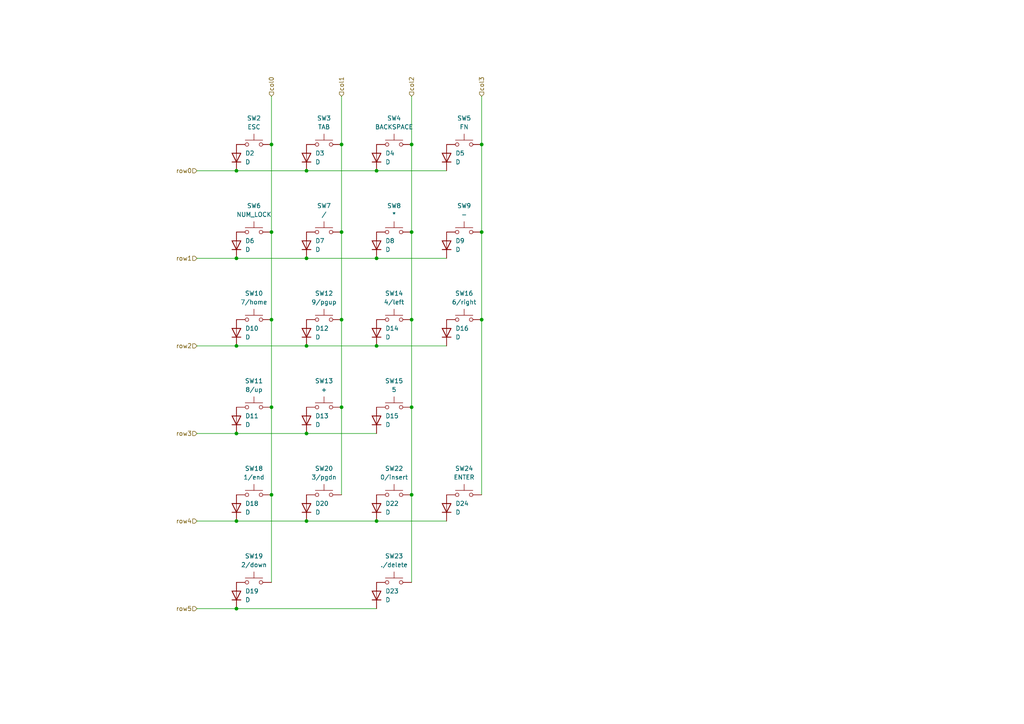
<source format=kicad_sch>
(kicad_sch (version 20250114) (generator "eeschema") (generator_version "9.0")
  (paper "A4")
  (lib_symbols
    (symbol "Device:D" (pin_numbers (hide yes)) (pin_names (offset 1.016) (hide yes))
      (property "Reference" "D" (at 0 2.54 0))
      (property "Value" "D" (at 0 -2.54 0))
      (symbol "D_0_1"
        (polyline (pts (xy -1.27 1.27) (xy -1.27 -1.27)) (stroke (width 0.254)))
        (polyline (pts (xy 1.27 1.27) (xy 1.27 -1.27) (xy -1.27 0) (xy 1.27 1.27)) (stroke (width 0.254)))
        (polyline (pts (xy 1.27 0) (xy -1.27 0)))
      )
      (symbol "D_1_1"
        (pin passive line (at -3.81 0 0) (length 2.54) (name "K") (number "1"))
        (pin passive line (at 3.81 0 180) (length 2.54) (name "A") (number "2"))
      )
    )
    (symbol "Switch:SW_Push" (pin_numbers (hide yes)) (pin_names (offset 1.016) (hide yes))
      (property "Reference" "SW" (at 1.27 2.54 0))
      (property "Value" "SW_Push" (at 0 -1.524 0))
      (symbol "SW_Push_0_1"
        (circle (center -2.032 0) (radius 0.508))
        (polyline (pts (xy 0 1.27) (xy 0 3.048)))
        (circle (center 2.032 0) (radius 0.508))
        (polyline (pts (xy 2.54 1.27) (xy -2.54 1.27)))
        (pin passive line (at -5.08 0 0) (length 2.54) (name "1") (number "1"))
        (pin passive line (at 5.08 0 180) (length 2.54) (name "2") (number "2"))
      )
    )
  )
  (junction (at 78.74 143.51))
  (junction (at 109.22 151.13))
  (junction (at 119.38 143.51))
  (junction (at 78.74 67.31))
  (junction (at 109.22 49.53))
  (junction (at 109.22 74.93))
  (junction (at 119.38 67.31))
  (junction (at 119.38 118.11))
  (junction (at 78.74 92.71))
  (junction (at 99.06 41.91))
  (junction (at 109.22 100.33))
  (junction (at 88.9 74.93))
  (junction (at 99.06 118.11))
  (junction (at 78.74 118.11))
  (junction (at 88.9 100.33))
  (junction (at 139.7 41.91))
  (junction (at 68.58 151.13))
  (junction (at 139.7 67.31))
  (junction (at 119.38 92.71))
  (junction (at 68.58 49.53))
  (junction (at 68.58 100.33))
  (junction (at 119.38 41.91))
  (junction (at 68.58 176.53))
  (junction (at 99.06 67.31))
  (junction (at 68.58 74.93))
  (junction (at 78.74 41.91))
  (junction (at 88.9 125.73))
  (junction (at 139.7 92.71))
  (junction (at 88.9 151.13))
  (junction (at 88.9 49.53))
  (junction (at 99.06 92.71))
  (junction (at 68.58 125.73))
  (wire (pts (xy 78.74 27.94) (xy 78.74 41.91)))
  (wire (pts (xy 109.22 74.93) (xy 129.54 74.93)))
  (wire (pts (xy 78.74 41.91) (xy 78.74 67.31)))
  (wire (pts (xy 99.06 67.31) (xy 99.06 92.71)))
  (wire (pts (xy 99.06 118.11) (xy 99.06 143.51)))
  (wire (pts (xy 78.74 118.11) (xy 78.74 143.51)))
  (wire (pts (xy 88.9 74.93) (xy 109.22 74.93)))
  (wire (pts (xy 139.7 67.31) (xy 139.7 92.71)))
  (wire (pts (xy 119.38 118.11) (xy 119.38 143.51)))
  (wire (pts (xy 119.38 27.94) (xy 119.38 41.91)))
  (wire (pts (xy 109.22 100.33) (xy 129.54 100.33)))
  (wire (pts (xy 57.15 151.13) (xy 68.58 151.13)))
  (wire (pts (xy 68.58 100.33) (xy 88.9 100.33)))
  (wire (pts (xy 68.58 74.93) (xy 88.9 74.93)))
  (wire (pts (xy 57.15 49.53) (xy 68.58 49.53)))
  (wire (pts (xy 78.74 143.51) (xy 78.74 168.91)))
  (wire (pts (xy 57.15 125.73) (xy 68.58 125.73)))
  (wire (pts (xy 88.9 100.33) (xy 109.22 100.33)))
  (wire (pts (xy 139.7 27.94) (xy 139.7 41.91)))
  (wire (pts (xy 57.15 74.93) (xy 68.58 74.93)))
  (wire (pts (xy 78.74 92.71) (xy 78.74 118.11)))
  (wire (pts (xy 99.06 92.71) (xy 99.06 118.11)))
  (wire (pts (xy 57.15 176.53) (xy 68.58 176.53)))
  (wire (pts (xy 57.15 100.33) (xy 68.58 100.33)))
  (wire (pts (xy 68.58 176.53) (xy 109.22 176.53)))
  (wire (pts (xy 139.7 92.71) (xy 139.7 143.51)))
  (wire (pts (xy 99.06 27.94) (xy 99.06 41.91)))
  (wire (pts (xy 88.9 151.13) (xy 109.22 151.13)))
  (wire (pts (xy 119.38 92.71) (xy 119.38 118.11)))
  (wire (pts (xy 68.58 151.13) (xy 88.9 151.13)))
  (wire (pts (xy 68.58 125.73) (xy 88.9 125.73)))
  (wire (pts (xy 109.22 49.53) (xy 129.54 49.53)))
  (wire (pts (xy 119.38 41.91) (xy 119.38 67.31)))
  (wire (pts (xy 109.22 151.13) (xy 129.54 151.13)))
  (wire (pts (xy 139.7 41.91) (xy 139.7 67.31)))
  (wire (pts (xy 78.74 67.31) (xy 78.74 92.71)))
  (wire (pts (xy 119.38 143.51) (xy 119.38 168.91)))
  (wire (pts (xy 68.58 49.53) (xy 88.9 49.53)))
  (wire (pts (xy 88.9 125.73) (xy 109.22 125.73)))
  (wire (pts (xy 88.9 49.53) (xy 109.22 49.53)))
  (wire (pts (xy 99.06 41.91) (xy 99.06 67.31)))
  (wire (pts (xy 119.38 67.31) (xy 119.38 92.71)))
  (hierarchical_label "row1" (shape input) (at 57.15 74.93 180))
  (hierarchical_label "row5" (shape input) (at 57.15 176.53 180))
  (hierarchical_label "row4" (shape input) (at 57.15 151.13 180))
  (hierarchical_label "row2" (shape input) (at 57.15 100.33 180))
  (hierarchical_label "col1" (shape input) (at 99.06 27.94 90))
  (hierarchical_label "col0" (shape input) (at 78.74 27.94 90))
  (hierarchical_label "row3" (shape input) (at 57.15 125.73 180))
  (hierarchical_label "col2" (shape input) (at 119.38 27.94 90))
  (hierarchical_label "col3" (shape input) (at 139.7 27.94 90))
  (hierarchical_label "row0" (shape input) (at 57.15 49.53 180))
  (symbol (lib_id "Device:D") (at 129.54 96.52 90) (unit 1)
    (property "Reference" "D16" (at 132.08 95.2499 90) (effects (justify right)))
    (property "Value" "D" (at 132.08 97.7899 90) (effects (justify right)))
    (property "Description" "Diode" (effects (hide yes)))
    (property "Sim.Device" "D" (effects (hide yes)))
    (property "Sim.Pins" "1=K 2=A" (effects (hide yes)))
  )
  (symbol (lib_id "Switch:SW_Push") (at 73.66 118.11 0) (unit 1)
    (property "Reference" "SW11" (at 73.66 110.49 0))
    (property "Value" "8/up" (at 73.66 113.03 0))
    (property "Description" "Push button switch, generic, two pins" (effects (hide yes)))
  )
  (symbol (lib_id "Device:D") (at 88.9 147.32 90) (unit 1)
    (property "Reference" "D20" (at 91.44 146.0499 90) (effects (justify right)))
    (property "Value" "D" (at 91.44 148.5899 90) (effects (justify right)))
    (property "Description" "Diode" (effects (hide yes)))
    (property "Sim.Device" "D" (effects (hide yes)))
    (property "Sim.Pins" "1=K 2=A" (effects (hide yes)))
  )
  (symbol (lib_id "Switch:SW_Push") (at 93.98 143.51 0) (unit 1)
    (property "Reference" "SW20" (at 93.98 135.89 0))
    (property "Value" "3/pgdn" (at 93.98 138.43 0))
    (property "Description" "Push button switch, generic, two pins" (effects (hide yes)))
  )
  (symbol (lib_id "Device:D") (at 88.9 45.72 90) (unit 1)
    (property "Reference" "D3" (at 91.44 44.4499 90) (effects (justify right)))
    (property "Value" "D" (at 91.44 46.9899 90) (effects (justify right)))
    (property "Description" "Diode" (effects (hide yes)))
    (property "Sim.Device" "D" (effects (hide yes)))
    (property "Sim.Pins" "1=K 2=A" (effects (hide yes)))
  )
  (symbol (lib_id "Switch:SW_Push") (at 134.62 41.91 0) (unit 1)
    (property "Reference" "SW5" (at 134.62 34.29 0))
    (property "Value" "FN" (at 134.62 36.83 0))
    (property "Description" "Push button switch, generic, two pins" (effects (hide yes)))
  )
  (symbol (lib_id "Device:D") (at 68.58 96.52 90) (unit 1)
    (property "Reference" "D10" (at 71.12 95.2499 90) (effects (justify right)))
    (property "Value" "D" (at 71.12 97.7899 90) (effects (justify right)))
    (property "Description" "Diode" (effects (hide yes)))
    (property "Sim.Device" "D" (effects (hide yes)))
    (property "Sim.Pins" "1=K 2=A" (effects (hide yes)))
  )
  (symbol (lib_id "Device:D") (at 109.22 71.12 90) (unit 1)
    (property "Reference" "D8" (at 111.76 69.8499 90) (effects (justify right)))
    (property "Value" "D" (at 111.76 72.3899 90) (effects (justify right)))
    (property "Description" "Diode" (effects (hide yes)))
    (property "Sim.Device" "D" (effects (hide yes)))
    (property "Sim.Pins" "1=K 2=A" (effects (hide yes)))
  )
  (symbol (lib_id "Device:D") (at 68.58 121.92 90) (unit 1)
    (property "Reference" "D11" (at 71.12 120.6499 90) (effects (justify right)))
    (property "Value" "D" (at 71.12 123.1899 90) (effects (justify right)))
    (property "Description" "Diode" (effects (hide yes)))
    (property "Sim.Device" "D" (effects (hide yes)))
    (property "Sim.Pins" "1=K 2=A" (effects (hide yes)))
  )
  (symbol (lib_id "Device:D") (at 88.9 121.92 90) (unit 1)
    (property "Reference" "D13" (at 91.44 120.6499 90) (effects (justify right)))
    (property "Value" "D" (at 91.44 123.1899 90) (effects (justify right)))
    (property "Description" "Diode" (effects (hide yes)))
    (property "Sim.Device" "D" (effects (hide yes)))
    (property "Sim.Pins" "1=K 2=A" (effects (hide yes)))
  )
  (symbol (lib_id "Switch:SW_Push") (at 134.62 143.51 0) (unit 1)
    (property "Reference" "SW24" (at 134.62 135.89 0))
    (property "Value" "ENTER" (at 134.62 138.43 0))
    (property "Description" "Push button switch, generic, two pins" (effects (hide yes)))
  )
  (symbol (lib_id "Device:D") (at 129.54 147.32 90) (unit 1)
    (property "Reference" "D24" (at 132.08 146.0499 90) (effects (justify right)))
    (property "Value" "D" (at 132.08 148.5899 90) (effects (justify right)))
    (property "Description" "Diode" (effects (hide yes)))
    (property "Sim.Device" "D" (effects (hide yes)))
    (property "Sim.Pins" "1=K 2=A" (effects (hide yes)))
  )
  (symbol (lib_id "Switch:SW_Push") (at 134.62 92.71 0) (unit 1)
    (property "Reference" "SW16" (at 134.62 85.09 0))
    (property "Value" "6/right" (at 134.62 87.63 0))
    (property "Description" "Push button switch, generic, two pins" (effects (hide yes)))
  )
  (symbol (lib_id "Device:D") (at 109.22 96.52 90) (unit 1)
    (property "Reference" "D14" (at 111.76 95.2499 90) (effects (justify right)))
    (property "Value" "D" (at 111.76 97.7899 90) (effects (justify right)))
    (property "Description" "Diode" (effects (hide yes)))
    (property "Sim.Device" "D" (effects (hide yes)))
    (property "Sim.Pins" "1=K 2=A" (effects (hide yes)))
  )
  (symbol (lib_id "Switch:SW_Push") (at 93.98 92.71 0) (unit 1)
    (property "Reference" "SW12" (at 93.98 85.09 0))
    (property "Value" "9/pgup" (at 93.98 87.63 0))
    (property "Description" "Push button switch, generic, two pins" (effects (hide yes)))
  )
  (symbol (lib_id "Switch:SW_Push") (at 73.66 168.91 0) (unit 1)
    (property "Reference" "SW19" (at 73.66 161.29 0))
    (property "Value" "2/down" (at 73.66 163.83 0))
    (property "Description" "Push button switch, generic, two pins" (effects (hide yes)))
  )
  (symbol (lib_id "Switch:SW_Push") (at 73.66 67.31 0) (unit 1)
    (property "Reference" "SW6" (at 73.66 59.69 0))
    (property "Value" "NUM_LOCK" (at 73.66 62.23 0))
    (property "Description" "Push button switch, generic, two pins" (effects (hide yes)))
  )
  (symbol (lib_id "Device:D") (at 109.22 121.92 90) (unit 1)
    (property "Reference" "D15" (at 111.76 120.6499 90) (effects (justify right)))
    (property "Value" "D" (at 111.76 123.1899 90) (effects (justify right)))
    (property "Description" "Diode" (effects (hide yes)))
    (property "Sim.Device" "D" (effects (hide yes)))
    (property "Sim.Pins" "1=K 2=A" (effects (hide yes)))
  )
  (symbol (lib_id "Switch:SW_Push") (at 93.98 118.11 0) (unit 1)
    (property "Reference" "SW13" (at 93.98 110.49 0))
    (property "Value" "+" (at 93.98 113.03 0))
    (property "Description" "Push button switch, generic, two pins" (effects (hide yes)))
  )
  (symbol (lib_id "Device:D") (at 68.58 71.12 90) (unit 1)
    (property "Reference" "D6" (at 71.12 69.8499 90) (effects (justify right)))
    (property "Value" "D" (at 71.12 72.3899 90) (effects (justify right)))
    (property "Description" "Diode" (effects (hide yes)))
    (property "Sim.Device" "D" (effects (hide yes)))
    (property "Sim.Pins" "1=K 2=A" (effects (hide yes)))
  )
  (symbol (lib_id "Switch:SW_Push") (at 73.66 143.51 0) (unit 1)
    (property "Reference" "SW18" (at 73.66 135.89 0))
    (property "Value" "1/end" (at 73.66 138.43 0))
    (property "Description" "Push button switch, generic, two pins" (effects (hide yes)))
  )
  (symbol (lib_id "Switch:SW_Push") (at 73.66 41.91 0) (unit 1)
    (property "Reference" "SW2" (at 73.66 34.29 0))
    (property "Value" "ESC" (at 73.66 36.83 0))
    (property "Description" "Push button switch, generic, two pins" (effects (hide yes)))
  )
  (symbol (lib_id "Switch:SW_Push") (at 93.98 67.31 0) (unit 1)
    (property "Reference" "SW7" (at 93.98 59.69 0))
    (property "Value" "/" (at 93.98 62.23 0))
    (property "Description" "Push button switch, generic, two pins" (effects (hide yes)))
  )
  (symbol (lib_id "Switch:SW_Push") (at 93.98 41.91 0) (unit 1)
    (property "Reference" "SW3" (at 93.98 34.29 0))
    (property "Value" "TAB" (at 93.98 36.83 0))
    (property "Description" "Push button switch, generic, two pins" (effects (hide yes)))
  )
  (symbol (lib_id "Switch:SW_Push") (at 114.3 168.91 0) (unit 1)
    (property "Reference" "SW23" (at 114.3 161.29 0))
    (property "Value" "./delete" (at 114.3 163.83 0))
    (property "Description" "Push button switch, generic, two pins" (effects (hide yes)))
  )
  (symbol (lib_id "Switch:SW_Push") (at 114.3 67.31 0) (unit 1)
    (property "Reference" "SW8" (at 114.3 59.69 0))
    (property "Value" "*" (at 114.3 62.23 0))
    (property "Description" "Push button switch, generic, two pins" (effects (hide yes)))
  )
  (symbol (lib_id "Device:D") (at 129.54 71.12 90) (unit 1)
    (property "Reference" "D9" (at 132.08 69.8499 90) (effects (justify right)))
    (property "Value" "D" (at 132.08 72.3899 90) (effects (justify right)))
    (property "Description" "Diode" (effects (hide yes)))
    (property "Sim.Device" "D" (effects (hide yes)))
    (property "Sim.Pins" "1=K 2=A" (effects (hide yes)))
  )
  (symbol (lib_id "Switch:SW_Push") (at 114.3 143.51 0) (unit 1)
    (property "Reference" "SW22" (at 114.3 135.89 0))
    (property "Value" "0/insert" (at 114.3 138.43 0))
    (property "Description" "Push button switch, generic, two pins" (effects (hide yes)))
  )
  (symbol (lib_id "Switch:SW_Push") (at 114.3 92.71 0) (unit 1)
    (property "Reference" "SW14" (at 114.3 85.09 0))
    (property "Value" "4/left" (at 114.3 87.63 0))
    (property "Description" "Push button switch, generic, two pins" (effects (hide yes)))
  )
  (symbol (lib_id "Device:D") (at 129.54 45.72 90) (unit 1)
    (property "Reference" "D5" (at 132.08 44.4499 90) (effects (justify right)))
    (property "Value" "D" (at 132.08 46.9899 90) (effects (justify right)))
    (property "Description" "Diode" (effects (hide yes)))
    (property "Sim.Device" "D" (effects (hide yes)))
    (property "Sim.Pins" "1=K 2=A" (effects (hide yes)))
  )
  (symbol (lib_id "Device:D") (at 109.22 45.72 90) (unit 1)
    (property "Reference" "D4" (at 111.76 44.4499 90) (effects (justify right)))
    (property "Value" "D" (at 111.76 46.9899 90) (effects (justify right)))
    (property "Description" "Diode" (effects (hide yes)))
    (property "Sim.Device" "D" (effects (hide yes)))
    (property "Sim.Pins" "1=K 2=A" (effects (hide yes)))
  )
  (symbol (lib_id "Device:D") (at 68.58 172.72 90) (unit 1)
    (property "Reference" "D19" (at 71.12 171.4499 90) (effects (justify right)))
    (property "Value" "D" (at 71.12 173.9899 90) (effects (justify right)))
    (property "Description" "Diode" (effects (hide yes)))
    (property "Sim.Device" "D" (effects (hide yes)))
    (property "Sim.Pins" "1=K 2=A" (effects (hide yes)))
  )
  (symbol (lib_id "Device:D") (at 88.9 96.52 90) (unit 1)
    (property "Reference" "D12" (at 91.44 95.2499 90) (effects (justify right)))
    (property "Value" "D" (at 91.44 97.7899 90) (effects (justify right)))
    (property "Description" "Diode" (effects (hide yes)))
    (property "Sim.Device" "D" (effects (hide yes)))
    (property "Sim.Pins" "1=K 2=A" (effects (hide yes)))
  )
  (symbol (lib_id "Device:D") (at 109.22 147.32 90) (unit 1)
    (property "Reference" "D22" (at 111.76 146.0499 90) (effects (justify right)))
    (property "Value" "D" (at 111.76 148.5899 90) (effects (justify right)))
    (property "Description" "Diode" (effects (hide yes)))
    (property "Sim.Device" "D" (effects (hide yes)))
    (property "Sim.Pins" "1=K 2=A" (effects (hide yes)))
  )
  (symbol (lib_id "Device:D") (at 88.9 71.12 90) (unit 1)
    (property "Reference" "D7" (at 91.44 69.8499 90) (effects (justify right)))
    (property "Value" "D" (at 91.44 72.3899 90) (effects (justify right)))
    (property "Description" "Diode" (effects (hide yes)))
    (property "Sim.Device" "D" (effects (hide yes)))
    (property "Sim.Pins" "1=K 2=A" (effects (hide yes)))
  )
  (symbol (lib_id "Switch:SW_Push") (at 73.66 92.71 0) (unit 1)
    (property "Reference" "SW10" (at 73.66 85.09 0))
    (property "Value" "7/home" (at 73.66 87.63 0))
    (property "Description" "Push button switch, generic, two pins" (effects (hide yes)))
  )
  (symbol (lib_id "Switch:SW_Push") (at 114.3 118.11 0) (unit 1)
    (property "Reference" "SW15" (at 114.3 110.49 0))
    (property "Value" "5" (at 114.3 113.03 0))
    (property "Description" "Push button switch, generic, two pins" (effects (hide yes)))
  )
  (symbol (lib_id "Device:D") (at 68.58 147.32 90) (unit 1)
    (property "Reference" "D18" (at 71.12 146.0499 90) (effects (justify right)))
    (property "Value" "D" (at 71.12 148.5899 90) (effects (justify right)))
    (property "Description" "Diode" (effects (hide yes)))
    (property "Sim.Device" "D" (effects (hide yes)))
    (property "Sim.Pins" "1=K 2=A" (effects (hide yes)))
  )
  (symbol (lib_id "Switch:SW_Push") (at 134.62 67.31 0) (unit 1)
    (property "Reference" "SW9" (at 134.62 59.69 0))
    (property "Value" "-" (at 134.62 62.23 0))
    (property "Description" "Push button switch, generic, two pins" (effects (hide yes)))
  )
  (symbol (lib_id "Device:D") (at 68.58 45.72 90) (unit 1)
    (property "Reference" "D2" (at 71.12 44.4499 90) (effects (justify right)))
    (property "Value" "D" (at 71.12 46.9899 90) (effects (justify right)))
    (property "Description" "Diode" (effects (hide yes)))
    (property "Sim.Device" "D" (effects (hide yes)))
    (property "Sim.Pins" "1=K 2=A" (effects (hide yes)))
  )
  (symbol (lib_id "Switch:SW_Push") (at 114.3 41.91 0) (unit 1)
    (property "Reference" "SW4" (at 114.3 34.29 0))
    (property "Value" "BACKSPACE" (at 114.3 36.83 0))
    (property "Description" "Push button switch, generic, two pins" (effects (hide yes)))
  )
  (symbol (lib_id "Device:D") (at 109.22 172.72 90) (unit 1)
    (property "Reference" "D23" (at 111.76 171.4499 90) (effects (justify right)))
    (property "Value" "D" (at 111.76 173.9899 90) (effects (justify right)))
    (property "Description" "Diode" (effects (hide yes)))
    (property "Sim.Device" "D" (effects (hide yes)))
    (property "Sim.Pins" "1=K 2=A" (effects (hide yes)))
  )
)
</source>
